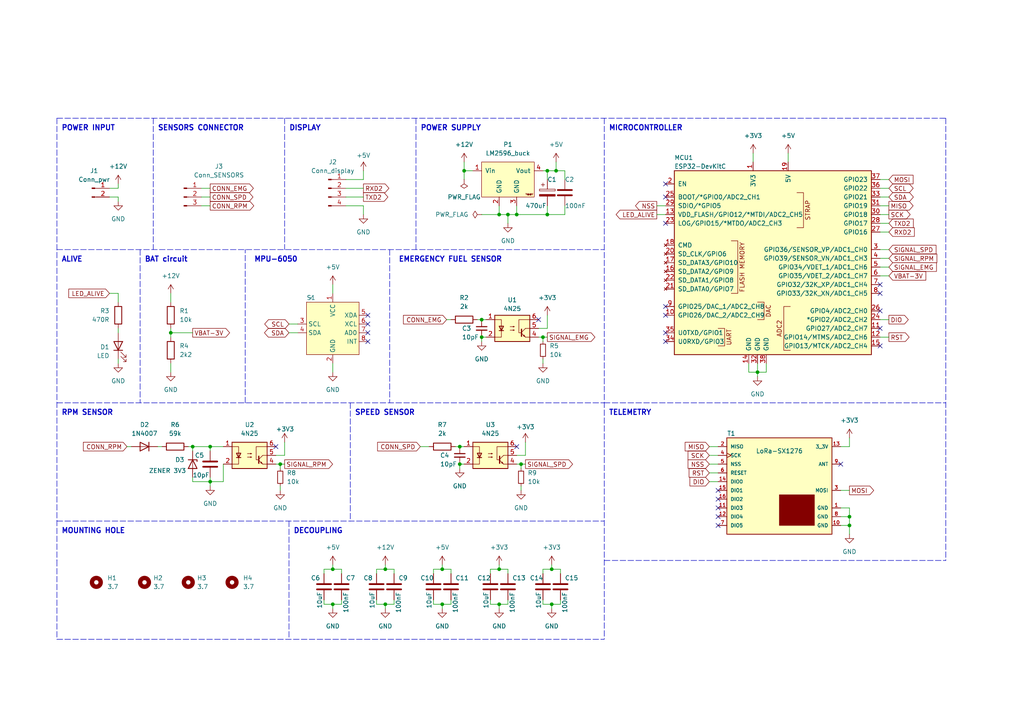
<source format=kicad_sch>
(kicad_sch (version 20230121) (generator eeschema)
  (paper "A4")
  (title_block (title "UECU") (date "2023-12-28") (rev "v2.2") (company "Parahybaja") (comment 1 "by Jefferson Lopes"))
  (lib_symbols
    (symbol "+12V_1" (power) (pin_names (offset 0))
      (property "Value" "+12V_1" (at 0 3.556 0))
      (symbol "+12V_1_1_1"
        (pin power_in line (at 0 0 90) (length 0) hide (name "+12V") (number "1"))
      )
    )
    (symbol "+12V_2" (power) (pin_names (offset 0))
      (property "Value" "+12V_2" (at 0 3.556 0))
      (symbol "+12V_2_1_1"
        (pin power_in line (at 0 0 90) (length 0) hide (name "+12V") (number "1"))
      )
    )
    (symbol "+5V_1" (power) (pin_names (offset 0))
      (property "Value" "+5V_1" (at 0 3.556 0))
      (symbol "+5V_1_1_1"
        (pin power_in line (at 0 0 90) (length 0) hide (name "+5V") (number "1"))
      )
    )
    (symbol "+5V_3" (power) (pin_names (offset 0))
      (property "Value" "+5V_3" (at 0 3.556 0))
      (symbol "+5V_3_1_1"
        (pin power_in line (at 0 0 90) (length 0) hide (name "+5V") (number "1"))
      )
    )
    (symbol "+5V_4" (power) (pin_names (offset 0))
      (property "Value" "+5V_4" (at 0 3.556 0))
      (symbol "+5V_4_1_1"
        (pin power_in line (at 0 0 90) (length 0) hide (name "+5V") (number "1"))
      )
    )
    (symbol "+5V_5" (power) (pin_names (offset 0))
      (property "Value" "+5V_5" (at 0 3.556 0))
      (symbol "+5V_5_1_1"
        (pin power_in line (at 0 0 90) (length 0) hide (name "+5V") (number "1"))
      )
    )
    (symbol "Connector:Conn_01x02_Pin" (pin_names (offset 1.016) hide)
      (property "Reference" "J" (at 0 2.54 0))
      (property "Value" "Conn_01x02_Pin" (at 0 -5.08 0))
      (symbol "Conn_01x02_Pin_1_1"
        (pin passive line (at 5.08 0 180) (length 3.81) (name "Pin_1") (number "1"))
        (pin passive line (at 5.08 -2.54 180) (length 3.81) (name "Pin_2") (number "2"))
      )
    )
    (symbol "Connector:Conn_01x03_Pin" (pin_names (offset 1.016) hide)
      (property "Reference" "J" (at 0 5.08 0))
      (property "Value" "Conn_01x03_Pin" (at 0 -5.08 0))
      (symbol "Conn_01x03_Pin_1_1"
        (pin passive line (at 5.08 2.54 180) (length 3.81) (name "Pin_1") (number "1"))
        (pin passive line (at 5.08 0 180) (length 3.81) (name "Pin_2") (number "2"))
        (pin passive line (at 5.08 -2.54 180) (length 3.81) (name "Pin_3") (number "3"))
      )
    )
    (symbol "Connector:Conn_01x04_Pin" (pin_names (offset 1.016) hide)
      (property "Reference" "J" (at 0 5.08 0))
      (property "Value" "Conn_01x04_Pin" (at 0 -7.62 0))
      (symbol "Conn_01x04_Pin_1_1"
        (pin passive line (at 5.08 2.54 180) (length 3.81) (name "Pin_1") (number "1"))
        (pin passive line (at 5.08 0 180) (length 3.81) (name "Pin_2") (number "2"))
        (pin passive line (at 5.08 -2.54 180) (length 3.81) (name "Pin_3") (number "3"))
        (pin passive line (at 5.08 -5.08 180) (length 3.81) (name "Pin_4") (number "4"))
      )
    )
    (symbol "Device:C" (pin_numbers hide) (pin_names (offset 0.254))
      (property "Reference" "C" (at 0.635 2.54 0))
      (property "Value" "C" (at 0.635 -2.54 0))
      (symbol "C_1_1"
        (pin passive line (at 0 3.81 270) (length 2.794) (name "~") (number "1"))
        (pin passive line (at 0 -3.81 90) (length 2.794) (name "~") (number "2"))
      )
    )
    (symbol "Device:C_Polarized" (pin_numbers hide) (pin_names (offset 0.254))
      (property "Reference" "C" (at 0.635 2.54 0))
      (property "Value" "C_Polarized" (at 0.635 -2.54 0))
      (symbol "C_Polarized_1_1"
        (pin passive line (at 0 3.81 270) (length 2.794) (name "~") (number "1"))
        (pin passive line (at 0 -3.81 90) (length 2.794) (name "~") (number "2"))
      )
    )
    (symbol "Device:C_Small" (pin_numbers hide) (pin_names (offset 0.254) hide)
      (property "Reference" "C" (at 0.254 1.778 0))
      (property "Value" "C_Small" (at 0.254 -2.032 0))
      (symbol "C_Small_1_1"
        (pin passive line (at 0 2.54 270) (length 2.032) (name "~") (number "1"))
        (pin passive line (at 0 -2.54 90) (length 2.032) (name "~") (number "2"))
      )
    )
    (symbol "Device:D" (pin_numbers hide) (pin_names (offset 1.016) hide)
      (property "Reference" "D" (at 0 2.54 0))
      (property "Value" "D" (at 0 -2.54 0))
      (symbol "D_1_1"
        (pin passive line (at -3.81 0 0) (length 2.54) (name "K") (number "1"))
        (pin passive line (at 3.81 0 180) (length 2.54) (name "A") (number "2"))
      )
    )
    (symbol "Device:D_Zener" (pin_numbers hide) (pin_names (offset 1.016) hide)
      (property "Reference" "D" (at 0 2.54 0))
      (property "Value" "D_Zener" (at 0 -2.54 0))
      (symbol "D_Zener_1_1"
        (pin passive line (at -3.81 0 0) (length 2.54) (name "K") (number "1"))
        (pin passive line (at 3.81 0 180) (length 2.54) (name "A") (number "2"))
      )
    )
    (symbol "Device:LED" (pin_numbers hide) (pin_names (offset 1.016) hide)
      (property "Reference" "D" (at 0 2.54 0))
      (property "Value" "LED" (at 0 -2.54 0))
      (symbol "LED_1_1"
        (pin passive line (at -3.81 0 0) (length 2.54) (name "K") (number "1"))
        (pin passive line (at 3.81 0 180) (length 2.54) (name "A") (number "2"))
      )
    )
    (symbol "Device:R" (pin_numbers hide) (pin_names (offset 0))
      (property "Reference" "R" (at 2.032 0 90))
      (property "Value" "R" (at 0 0 90))
      (symbol "R_1_1"
        (pin passive line (at 0 3.81 270) (length 1.27) (name "~") (number "1"))
        (pin passive line (at 0 -3.81 90) (length 1.27) (name "~") (number "2"))
      )
    )
    (symbol "Device:R_Small" (pin_numbers hide) (pin_names (offset 0.254) hide)
      (property "Reference" "R" (at 0.762 0.508 0))
      (property "Value" "R_Small" (at 0.762 -1.016 0))
      (symbol "R_Small_1_1"
        (pin passive line (at 0 2.54 270) (length 0.762) (name "~") (number "1"))
        (pin passive line (at 0 -2.54 90) (length 0.762) (name "~") (number "2"))
      )
    )
    (symbol "Espressif:ESP32-DevKitC" (pin_names (offset 1.016))
      (property "Reference" "MCU" (at -27.94 30.48 0))
      (property "Value" "ESP32-DevKitC" (at -27.94 27.94 0))
      (symbol "ESP32-DevKitC_0_0"
        (text "ADC2" (at 2.54 -20.32 900) (effects (font (size 1.27 1.27))))
        (text "DAC" (at -0.635 -15.24 900) (effects (font (size 1.27 1.27))))
        (text "FLASH MEMORY" (at -8.255 -2.54 900) (effects (font (size 1.27 1.27))))
        (text "STRAP" (at 10.795 13.97 900) (effects (font (size 1.27 1.27))))
        (text "UART" (at -12.065 -22.86 900) (effects (font (size 1.27 1.27))))
        (pin power_in line (at -6.35 -30.48 90) (length 2.54) (name "GND") (number "14"))
        (pin power_in line (at 5.08 27.94 270) (length 2.54) (name "5V") (number "19"))
      )
      (symbol "ESP32-DevKitC_1_1"
        (pin power_out line (at -5.08 27.94 270) (length 2.54) (name "3V3") (number "1"))
        (pin bidirectional line (at -30.48 -16.51 0) (length 2.54) (name "GPIO26/DAC_2/ADC2_CH9") (number "10"))
        (pin bidirectional line (at 31.75 -20.32 180) (length 2.54) (name "GPIO27/ADC2_CH7") (number "11"))
        (pin bidirectional line (at 31.75 -22.86 180) (length 2.54) (name "GPIO14/MTMS/ADC2_CH6") (number "12"))
        (pin bidirectional line (at -30.48 12.7 0) (length 2.54) (name "VDD_FLASH/GPIO12/*MTDI/ADC2_CH5") (number "13"))
        (pin bidirectional line (at 31.75 -25.4 180) (length 2.54) (name "GPIO13/MTCK/ADC2_CH4") (number "15"))
        (pin no_connect line (at -30.48 -3.81 0) (length 2.54) (name "SD_DATA2/GPIO9") (number "16"))
        (pin no_connect line (at -30.48 -1.27 0) (length 2.54) (name "SD_DATA3/GPIO10") (number "17"))
        (pin no_connect line (at -30.48 3.81 0) (length 2.54) (name "CMD") (number "18"))
        (pin input line (at -30.48 21.59 0) (length 2.54) (name "EN") (number "2"))
        (pin no_connect line (at -30.48 1.27 0) (length 2.54) (name "SD_CLK/GPIO6") (number "20"))
        (pin no_connect line (at -30.48 -8.89 0) (length 2.54) (name "SD_DATA0/GPIO7") (number "21"))
        (pin no_connect line (at -30.48 -6.35 0) (length 2.54) (name "SD_DATA1/GPIO8") (number "22"))
        (pin bidirectional line (at -30.48 10.16 0) (length 2.54) (name "LOG/GPIO15/*MTDO/ADC2_CH3") (number "23"))
        (pin bidirectional line (at 31.75 -17.78 180) (length 2.54) (name "*GPIO2/ADC2_CH2") (number "24"))
        (pin bidirectional line (at -30.48 17.78 0) (length 2.54) (name "BOOT/*GPIO0/ADC2_CH1") (number "25"))
        (pin bidirectional line (at 31.75 -15.24 180) (length 2.54) (name "GPIO4/ADC2_CH0") (number "26"))
        (pin bidirectional line (at 31.75 7.62 180) (length 2.54) (name "GPIO16") (number "27"))
        (pin bidirectional line (at 31.75 10.16 180) (length 2.54) (name "GPIO17") (number "28"))
        (pin bidirectional line (at -30.48 15.24 0) (length 2.54) (name "SDIO/*GPIO5") (number "29"))
        (pin input line (at 31.75 2.54 180) (length 2.54) (name "GPIO36/SENSOR_VP/ADC1_CH0") (number "3"))
        (pin bidirectional line (at 31.75 12.7 180) (length 2.54) (name "GPIO18") (number "30"))
        (pin bidirectional line (at 31.75 15.24 180) (length 2.54) (name "GPIO19") (number "31"))
        (pin power_in line (at -3.81 -30.48 90) (length 2.54) (name "GND") (number "32"))
        (pin bidirectional line (at 31.75 17.78 180) (length 2.54) (name "GPIO21") (number "33"))
        (pin bidirectional line (at -30.48 -24.13 0) (length 2.54) (name "U0RXD/GPIO3") (number "34"))
        (pin bidirectional line (at -30.48 -21.59 0) (length 2.54) (name "U0TXD/GPIO1") (number "35"))
        (pin bidirectional line (at 31.75 20.32 180) (length 2.54) (name "GPIO22") (number "36"))
        (pin bidirectional line (at 31.75 22.86 180) (length 2.54) (name "GPIO23") (number "37"))
        (pin power_in line (at -1.27 -30.48 90) (length 2.54) (name "GND") (number "38"))
        (pin input line (at 31.75 0 180) (length 2.54) (name "GPIO39/SENSOR_VN/ADC1_CH3") (number "4"))
        (pin input line (at 31.75 -2.54 180) (length 2.54) (name "GPIO34/VDET_1/ADC1_CH6") (number "5"))
        (pin input line (at 31.75 -5.08 180) (length 2.54) (name "GPIO35/VDET_2/ADC1_CH7") (number "6"))
        (pin bidirectional line (at 31.75 -7.62 180) (length 2.54) (name "GPIO32/32K_XP/ADC1_CH4") (number "7"))
        (pin bidirectional line (at 31.75 -10.16 180) (length 2.54) (name "GPIO33/32K_XN/ADC1_CH5") (number "8"))
        (pin bidirectional line (at -30.48 -13.97 0) (length 2.54) (name "GPIO25/DAC_1/ADC2_CH8") (number "9"))
      )
    )
    (symbol "GND_1" (power) (pin_names (offset 0))
      (property "Value" "GND_1" (at 0 -3.81 0))
      (symbol "GND_1_1_1"
        (pin power_in line (at 0 0 270) (length 0) hide (name "GND") (number "1"))
      )
    )
    (symbol "GND_2" (power) (pin_names (offset 0))
      (property "Value" "GND_2" (at 0 -3.81 0))
      (symbol "GND_2_1_1"
        (pin power_in line (at 0 0 270) (length 0) hide (name "GND") (number "1"))
      )
    )
    (symbol "GND_4" (power) (pin_names (offset 0))
      (property "Value" "GND_4" (at 0 -3.81 0))
      (symbol "GND_4_1_1"
        (pin power_in line (at 0 0 270) (length 0) hide (name "GND") (number "1"))
      )
    )
    (symbol "GND_5" (power) (pin_names (offset 0))
      (property "Value" "GND_5" (at 0 -3.81 0))
      (symbol "GND_5_1_1"
        (pin power_in line (at 0 0 270) (length 0) hide (name "GND") (number "1"))
      )
    )
    (symbol "GND_6" (power) (pin_names (offset 0))
      (property "Value" "GND_6" (at 0 -3.81 0))
      (symbol "GND_6_1_1"
        (pin power_in line (at 0 0 270) (length 0) hide (name "GND") (number "1"))
      )
    )
    (symbol "GND_7" (power) (pin_names (offset 0))
      (property "Value" "GND_7" (at 0 -3.81 0))
      (symbol "GND_7_1_1"
        (pin power_in line (at 0 0 270) (length 0) hide (name "GND") (number "1"))
      )
    )
    (symbol "Isolator:4N25" (pin_names (offset 1.016))
      (property "Reference" "U" (at -5.08 5.08 0))
      (property "Value" "4N25" (at 0 5.08 0))
      (symbol "4N25_1_1"
        (pin passive line (at -7.62 2.54 0) (length 2.54) (name "~") (number "1"))
        (pin passive line (at -7.62 -2.54 0) (length 2.54) (name "~") (number "2"))
        (pin no_connect line (at -5.08 0 0) (length 2.54) hide (name "NC") (number "3"))
        (pin passive line (at 7.62 -2.54 180) (length 2.54) (name "~") (number "4"))
        (pin passive line (at 7.62 0 180) (length 2.54) (name "~") (number "5"))
        (pin passive line (at 7.62 2.54 180) (length 2.54) (name "~") (number "6"))
      )
    )
    (symbol "LoRa-SX1276:LoRa-SX1276" (pin_names (offset 1.016))
      (property "Reference" "T" (at -15.2563 13.9849 0))
      (property "Value" "LoRa-SX1276" (at -15.265 -17.8092 0))
      (symbol "LoRa-SX1276_0_0"
        (pin power_in line (at 17.78 -7.62 180) (length 2.54) (name "GND") (number "1"))
        (pin bidirectional line (at -17.78 -7.62 0) (length 2.54) (name "DIO3") (number "11"))
        (pin bidirectional line (at -17.78 -10.16 0) (length 2.54) (name "DIO4") (number "12"))
        (pin power_in line (at 17.78 10.16 180) (length 2.54) (name "3_3V") (number "13"))
        (pin bidirectional line (at -17.78 0 0) (length 2.54) (name "DIO0") (number "14"))
        (pin bidirectional line (at -17.78 -2.54 0) (length 2.54) (name "DIO1") (number "15"))
        (pin bidirectional line (at -17.78 -5.08 0) (length 2.54) (name "DIO2") (number "16"))
        (pin input line (at -17.78 10.16 0) (length 2.54) (name "MISO") (number "2"))
        (pin output line (at 17.78 -2.54 180) (length 2.54) (name "MOSI") (number "3"))
        (pin input clock (at -17.78 7.62 0) (length 2.54) (name "SCK") (number "4"))
        (pin input line (at -17.78 5.08 0) (length 2.54) (name "NSS") (number "5"))
        (pin bidirectional line (at -17.78 2.54 0) (length 2.54) (name "RESET") (number "6"))
        (pin bidirectional line (at -17.78 -12.7 0) (length 2.54) (name "DIO5") (number "7"))
        (pin passive line (at 17.78 5.08 180) (length 2.54) (name "ANT") (number "9"))
      )
      (symbol "LoRa-SX1276_1_0"
        (pin power_in line (at 17.78 -12.7 180) (length 2.54) (name "GND") (number "10"))
        (pin power_in line (at 17.78 -10.16 180) (length 2.54) (name "GND") (number "8"))
      )
    )
    (symbol "MPU6050:MPU6050"
      (property "Reference" "S" (at 0 0 0))
      (symbol "MPU6050_1_1"
        (pin power_in line (at 6.35 1.27 270) (length 2.54) (name "VCC") (number "1"))
        (pin power_in line (at 6.35 -19.05 90) (length 2.54) (name "GND") (number "2"))
        (pin bidirectional line (at -3.81 -7.62 0) (length 2.54) (name "SCL") (number "3"))
        (pin bidirectional line (at -3.81 -10.16 0) (length 2.54) (name "SDA") (number "4"))
        (pin bidirectional line (at 16.51 -5.08 180) (length 2.54) (name "XDA") (number "5"))
        (pin bidirectional line (at 16.51 -7.62 180) (length 2.54) (name "XCL") (number "6"))
        (pin bidirectional line (at 16.51 -10.16 180) (length 2.54) (name "AD0") (number "7"))
        (pin bidirectional line (at 16.51 -12.7 180) (length 2.54) (name "INT") (number "8"))
      )
    )
    (symbol "Mechanical:MountingHole" (pin_names (offset 1.016))
      (property "Reference" "H" (at 0 5.08 0))
      (property "Value" "MountingHole" (at 0 3.175 0))
    )
    (symbol "PWR_FLAG_1" (power) (pin_numbers hide) (pin_names (offset 0) hide)
      (property "Value" "PWR_FLAG_1" (at 0 3.81 0))
      (symbol "PWR_FLAG_1_0_0"
        (pin power_out line (at 0 0 90) (length 0) (name "pwr") (number "1"))
      )
    )
    (symbol "StepDown_LM2596:YAAJ_DCDC_StepDown_LM2596" (pin_names (offset 1.016))
      (property "Reference" "U" (at -5.08 6.35 0))
      (property "Value" "YAAJ_DCDC_StepDown_LM2596" (at 0 11.43 0))
      (symbol "YAAJ_DCDC_StepDown_LM2596_1_1"
        (text "Y@@V" (at 6.1976 -4.2672 0) (effects (font (size 0.508 0.508))))
        (pin power_in line (at -10.16 2.54 0) (length 2.54) (name "Vin") (number "1"))
        (pin power_in line (at -2.54 -7.62 90) (length 2.54) (name "GND") (number "2"))
        (pin power_in line (at 2.54 -7.62 90) (length 2.54) (name "GND") (number "3"))
        (pin power_out line (at 10.16 2.54 180) (length 2.54) (name "Vout") (number "4"))
      )
    )
    (symbol "power:+12V" (power) (pin_names (offset 0))
      (property "Value" "+12V" (at 0 3.556 0))
      (symbol "+12V_1_1"
        (pin power_in line (at 0 0 90) (length 0) hide (name "+12V") (number "1"))
      )
    )
    (symbol "power:+3V3" (power) (pin_names (offset 0))
      (property "Value" "+3V3" (at 0 3.556 0))
      (symbol "+3V3_1_1"
        (pin power_in line (at 0 0 90) (length 0) hide (name "+3V3") (number "1"))
      )
    )
    (symbol "power:+5V" (power) (pin_names (offset 0))
      (property "Value" "+5V" (at 0 3.556 0))
      (symbol "+5V_1_1"
        (pin power_in line (at 0 0 90) (length 0) hide (name "+5V") (number "1"))
      )
    )
    (symbol "power:GND" (power) (pin_names (offset 0))
      (property "Value" "GND" (at 0 -3.81 0))
      (symbol "GND_1_1"
        (pin power_in line (at 0 0 270) (length 0) hide (name "GND") (number "1"))
      )
    )
    (symbol "power:PWR_FLAG" (power) (pin_numbers hide) (pin_names (offset 0) hide)
      (property "Value" "PWR_FLAG" (at 0 3.81 0))
      (symbol "PWR_FLAG_0_0"
        (pin power_out line (at 0 0 90) (length 0) (name "pwr") (number "1"))
      )
    )
  )
  (junction (at 60.96 139.7))
  (junction (at 49.53 96.52))
  (junction (at 60.96 129.54))
  (junction (at 111.76 165.1))
  (junction (at 246.38 149.86))
  (junction (at 111.76 175.26))
  (junction (at 96.52 165.1))
  (junction (at 139.7 92.71))
  (junction (at 128.27 165.1))
  (junction (at 157.48 97.79))
  (junction (at 161.29 49.53))
  (junction (at 55.88 129.54))
  (junction (at 158.75 49.53))
  (junction (at 158.75 62.23))
  (junction (at 246.38 152.4))
  (junction (at 134.62 49.53))
  (junction (at 149.86 62.23))
  (junction (at 128.27 175.26))
  (junction (at 147.32 62.23))
  (junction (at 133.35 134.62))
  (junction (at 160.02 175.26))
  (junction (at 219.71 107.95))
  (junction (at 160.02 165.1))
  (junction (at 151.13 134.62))
  (junction (at 144.78 62.23))
  (junction (at 96.52 175.26))
  (junction (at 144.78 165.1))
  (junction (at 81.28 134.62))
  (junction (at 139.7 97.79))
  (junction (at 144.78 175.26))
  (junction (at 133.35 129.54))
  (no_connect (at 193.04 57.15))
  (no_connect (at 80.01 129.54))
  (no_connect (at 149.86 129.54))
  (no_connect (at 208.28 142.24))
  (no_connect (at 106.68 96.52))
  (no_connect (at 193.04 96.52))
  (no_connect (at 255.27 100.33))
  (no_connect (at 208.28 144.78))
  (no_connect (at 193.04 99.06))
  (no_connect (at 255.27 82.55))
  (no_connect (at 208.28 152.4))
  (no_connect (at 193.04 88.9))
  (no_connect (at 208.28 147.32))
  (no_connect (at 106.68 91.44))
  (no_connect (at 255.27 95.25))
  (no_connect (at 156.21 92.71))
  (no_connect (at 193.04 64.77))
  (no_connect (at 106.68 93.98))
  (no_connect (at 243.84 134.62))
  (no_connect (at 208.28 149.86))
  (no_connect (at 255.27 90.17))
  (no_connect (at 106.68 99.06))
  (no_connect (at 255.27 85.09))
  (no_connect (at 193.04 53.34))
  (no_connect (at 193.04 91.44))
  (wire (pts (xy 125.73 165.1) (xy 128.27 165.1)))
  (wire (pts (xy 64.77 134.62) (xy 64.77 139.7)))
  (polyline (pts (xy 101.6 116.84) (xy 101.6 151.13)) (stroke (width 0) (type dash)))
  (wire (pts (xy 60.96 129.54) (xy 60.96 130.81)))
  (wire (pts (xy 133.35 134.62) (xy 134.62 134.62)))
  (polyline (pts (xy 83.82 151.13) (xy 83.82 185.42)) (stroke (width 0) (type dash)))
  (wire (pts (xy 190.5 62.23) (xy 193.04 62.23)))
  (wire (pts (xy 255.27 54.61) (xy 257.81 54.61)))
  (wire (pts (xy 45.72 129.54) (xy 46.99 129.54)))
  (wire (pts (xy 31.75 57.15) (xy 34.29 57.15)))
  (wire (pts (xy 86.36 96.52) (xy 83.82 96.52)))
  (wire (pts (xy 255.27 97.79) (xy 257.81 97.79)))
  (polyline (pts (xy 16.51 116.84) (xy 175.26 116.84)) (stroke (width 0) (type dash)))
  (polyline (pts (xy 16.51 151.13) (xy 175.26 151.13)) (stroke (width 0) (type dash)))
  (wire (pts (xy 105.41 59.69) (xy 100.33 59.69)))
  (wire (pts (xy 105.41 49.53) (xy 105.41 52.07)))
  (wire (pts (xy 255.27 59.69) (xy 257.81 59.69)))
  (wire (pts (xy 134.62 49.53) (xy 134.62 52.07)))
  (wire (pts (xy 218.44 44.45) (xy 218.44 46.99)))
  (wire (pts (xy 60.96 139.7) (xy 60.96 140.97)))
  (wire (pts (xy 163.83 49.53) (xy 161.29 49.53)))
  (wire (pts (xy 162.56 165.1) (xy 162.56 166.37)))
  (wire (pts (xy 255.27 92.71) (xy 257.81 92.71)))
  (wire (pts (xy 55.88 129.54) (xy 60.96 129.54)))
  (wire (pts (xy 149.86 62.23) (xy 149.86 59.69)))
  (wire (pts (xy 255.27 62.23) (xy 257.81 62.23)))
  (wire (pts (xy 147.32 175.26) (xy 147.32 173.99)))
  (wire (pts (xy 149.86 62.23) (xy 158.75 62.23)))
  (wire (pts (xy 140.97 97.79) (xy 139.7 97.79)))
  (wire (pts (xy 99.06 175.26) (xy 99.06 173.99)))
  (wire (pts (xy 128.27 175.26) (xy 125.73 175.26)))
  (wire (pts (xy 134.62 49.53) (xy 137.16 49.53)))
  (wire (pts (xy 205.74 139.7) (xy 208.28 139.7)))
  (wire (pts (xy 81.28 140.97) (xy 81.28 142.24)))
  (polyline (pts (xy 175.26 34.29) (xy 175.26 185.42)) (stroke (width 0) (type dash)))
  (polyline (pts (xy 16.51 72.39) (xy 175.26 72.39)) (stroke (width 0) (type dash)))
  (wire (pts (xy 190.5 59.69) (xy 193.04 59.69)))
  (wire (pts (xy 205.74 132.08) (xy 208.28 132.08)))
  (wire (pts (xy 217.17 107.95) (xy 219.71 107.95)))
  (wire (pts (xy 205.74 134.62) (xy 208.28 134.62)))
  (wire (pts (xy 156.21 95.25) (xy 158.75 95.25)))
  (wire (pts (xy 130.81 165.1) (xy 130.81 166.37)))
  (wire (pts (xy 255.27 64.77) (xy 257.81 64.77)))
  (wire (pts (xy 160.02 175.26) (xy 162.56 175.26)))
  (wire (pts (xy 217.17 105.41) (xy 217.17 107.95)))
  (wire (pts (xy 144.78 175.26) (xy 142.24 175.26)))
  (wire (pts (xy 111.76 175.26) (xy 114.3 175.26)))
  (wire (pts (xy 243.84 149.86) (xy 246.38 149.86)))
  (wire (pts (xy 157.48 104.14) (xy 157.48 105.41)))
  (wire (pts (xy 100.33 57.15) (xy 105.41 57.15)))
  (wire (pts (xy 49.53 105.41) (xy 49.53 107.95)))
  (wire (pts (xy 105.41 52.07) (xy 100.33 52.07)))
  (wire (pts (xy 156.21 97.79) (xy 157.48 97.79)))
  (wire (pts (xy 55.88 138.43) (xy 55.88 139.7)))
  (wire (pts (xy 151.13 134.62) (xy 152.4 134.62)))
  (polyline (pts (xy 82.55 34.29) (xy 82.55 72.39)) (stroke (width 0) (type dash)))
  (polyline (pts (xy 44.45 34.29) (xy 44.45 72.39)) (stroke (width 0) (type dash)))
  (wire (pts (xy 160.02 165.1) (xy 162.56 165.1)))
  (wire (pts (xy 157.48 175.26) (xy 157.48 173.99)))
  (wire (pts (xy 49.53 85.09) (xy 49.53 87.63)))
  (wire (pts (xy 142.24 165.1) (xy 144.78 165.1)))
  (polyline (pts (xy 120.65 34.29) (xy 120.65 72.39)) (stroke (width 0) (type dash)))
  (wire (pts (xy 142.24 175.26) (xy 142.24 173.99)))
  (wire (pts (xy 161.29 49.53) (xy 158.75 49.53)))
  (wire (pts (xy 80.01 134.62) (xy 81.28 134.62)))
  (wire (pts (xy 111.76 165.1) (xy 111.76 163.83)))
  (wire (pts (xy 163.83 59.69) (xy 163.83 62.23)))
  (wire (pts (xy 128.27 176.53) (xy 128.27 175.26)))
  (wire (pts (xy 96.52 105.41) (xy 96.52 107.95)))
  (wire (pts (xy 158.75 49.53) (xy 158.75 52.07)))
  (polyline (pts (xy 16.51 185.42) (xy 175.26 185.42)) (stroke (width 0) (type dash)))
  (wire (pts (xy 60.96 129.54) (xy 64.77 129.54)))
  (wire (pts (xy 246.38 127) (xy 246.38 129.54)))
  (wire (pts (xy 86.36 93.98) (xy 83.82 93.98)))
  (wire (pts (xy 144.78 165.1) (xy 147.32 165.1)))
  (wire (pts (xy 49.53 96.52) (xy 55.88 96.52)))
  (wire (pts (xy 246.38 129.54) (xy 243.84 129.54)))
  (wire (pts (xy 105.41 62.23) (xy 105.41 59.69)))
  (wire (pts (xy 144.78 62.23) (xy 144.78 59.69)))
  (wire (pts (xy 222.25 107.95) (xy 219.71 107.95)))
  (polyline (pts (xy 71.12 116.84) (xy 71.12 72.39)) (stroke (width 0) (type dash)))
  (wire (pts (xy 161.29 46.99) (xy 161.29 49.53)))
  (polyline (pts (xy 40.64 72.39) (xy 40.64 116.84)) (stroke (width 0) (type dash)))
  (wire (pts (xy 109.22 166.37) (xy 109.22 165.1)))
  (wire (pts (xy 31.75 85.09) (xy 34.29 85.09)))
  (wire (pts (xy 246.38 154.94) (xy 246.38 152.4)))
  (wire (pts (xy 34.29 85.09) (xy 34.29 87.63)))
  (wire (pts (xy 55.88 129.54) (xy 55.88 130.81)))
  (wire (pts (xy 139.7 97.79) (xy 139.7 99.06)))
  (wire (pts (xy 60.96 138.43) (xy 60.96 139.7)))
  (wire (pts (xy 151.13 140.97) (xy 151.13 142.24)))
  (wire (pts (xy 111.76 175.26) (xy 109.22 175.26)))
  (wire (pts (xy 246.38 152.4) (xy 243.84 152.4)))
  (wire (pts (xy 162.56 175.26) (xy 162.56 173.99)))
  (wire (pts (xy 58.42 57.15) (xy 60.96 57.15)))
  (wire (pts (xy 255.27 72.39) (xy 257.81 72.39)))
  (wire (pts (xy 128.27 165.1) (xy 130.81 165.1)))
  (wire (pts (xy 111.76 165.1) (xy 114.3 165.1)))
  (wire (pts (xy 96.52 175.26) (xy 99.06 175.26)))
  (wire (pts (xy 255.27 80.01) (xy 257.81 80.01)))
  (wire (pts (xy 255.27 57.15) (xy 257.81 57.15)))
  (wire (pts (xy 246.38 147.32) (xy 243.84 147.32)))
  (wire (pts (xy 114.3 175.26) (xy 114.3 173.99)))
  (wire (pts (xy 157.48 165.1) (xy 160.02 165.1)))
  (wire (pts (xy 149.86 132.08) (xy 152.4 132.08)))
  (polyline (pts (xy 16.51 162.56) (xy 16.51 185.42)) (stroke (width 0) (type dash)))
  (wire (pts (xy 93.98 166.37) (xy 93.98 165.1)))
  (wire (pts (xy 157.48 97.79) (xy 158.75 97.79)))
  (wire (pts (xy 246.38 149.86) (xy 246.38 147.32)))
  (wire (pts (xy 81.28 134.62) (xy 81.28 135.89)))
  (wire (pts (xy 96.52 175.26) (xy 93.98 175.26)))
  (wire (pts (xy 58.42 54.61) (xy 60.96 54.61)))
  (polyline (pts (xy 175.26 116.84) (xy 274.32 116.84)) (stroke (width 0) (type dash)))
  (wire (pts (xy 34.29 104.14) (xy 34.29 105.41)))
  (wire (pts (xy 243.84 142.24) (xy 246.38 142.24)))
  (wire (pts (xy 139.7 92.71) (xy 140.97 92.71)))
  (polyline (pts (xy 16.51 34.29) (xy 274.32 34.29)) (stroke (width 0) (type dash)))
  (wire (pts (xy 151.13 134.62) (xy 151.13 135.89)))
  (polyline (pts (xy 16.51 34.29) (xy 16.51 162.56)) (stroke (width 0) (type dash)))
  (polyline (pts (xy 274.32 34.29) (xy 274.32 162.56)) (stroke (width 0) (type dash)))
  (wire (pts (xy 114.3 165.1) (xy 114.3 166.37)))
  (wire (pts (xy 121.92 129.54) (xy 124.46 129.54)))
  (wire (pts (xy 158.75 91.44) (xy 158.75 95.25)))
  (wire (pts (xy 160.02 175.26) (xy 157.48 175.26)))
  (wire (pts (xy 134.62 46.99) (xy 134.62 49.53)))
  (wire (pts (xy 149.86 134.62) (xy 151.13 134.62)))
  (wire (pts (xy 222.25 105.41) (xy 222.25 107.95)))
  (wire (pts (xy 160.02 165.1) (xy 160.02 163.83)))
  (wire (pts (xy 255.27 52.07) (xy 257.81 52.07)))
  (wire (pts (xy 34.29 53.34) (xy 34.29 54.61)))
  (wire (pts (xy 82.55 132.08) (xy 80.01 132.08)))
  (wire (pts (xy 163.83 62.23) (xy 158.75 62.23)))
  (wire (pts (xy 49.53 96.52) (xy 49.53 97.79)))
  (wire (pts (xy 144.78 176.53) (xy 144.78 175.26)))
  (wire (pts (xy 133.35 129.54) (xy 134.62 129.54)))
  (wire (pts (xy 109.22 175.26) (xy 109.22 173.99)))
  (wire (pts (xy 60.96 139.7) (xy 64.77 139.7)))
  (wire (pts (xy 255.27 74.93) (xy 257.81 74.93)))
  (wire (pts (xy 96.52 165.1) (xy 99.06 165.1)))
  (wire (pts (xy 128.27 165.1) (xy 128.27 163.83)))
  (wire (pts (xy 55.88 139.7) (xy 60.96 139.7)))
  (wire (pts (xy 109.22 165.1) (xy 111.76 165.1)))
  (wire (pts (xy 246.38 149.86) (xy 246.38 152.4)))
  (wire (pts (xy 49.53 95.25) (xy 49.53 96.52)))
  (wire (pts (xy 144.78 175.26) (xy 147.32 175.26)))
  (wire (pts (xy 139.7 62.23) (xy 144.78 62.23)))
  (wire (pts (xy 157.48 49.53) (xy 158.75 49.53)))
  (wire (pts (xy 93.98 175.26) (xy 93.98 173.99)))
  (wire (pts (xy 93.98 165.1) (xy 96.52 165.1)))
  (wire (pts (xy 219.71 107.95) (xy 219.71 109.22)))
  (wire (pts (xy 160.02 176.53) (xy 160.02 175.26)))
  (wire (pts (xy 96.52 165.1) (xy 96.52 163.83)))
  (wire (pts (xy 142.24 166.37) (xy 142.24 165.1)))
  (wire (pts (xy 128.27 175.26) (xy 130.81 175.26)))
  (wire (pts (xy 111.76 176.53) (xy 111.76 175.26)))
  (wire (pts (xy 34.29 57.15) (xy 34.29 58.42)))
  (wire (pts (xy 132.08 129.54) (xy 133.35 129.54)))
  (wire (pts (xy 147.32 62.23) (xy 147.32 64.77)))
  (wire (pts (xy 147.32 165.1) (xy 147.32 166.37)))
  (wire (pts (xy 157.48 166.37) (xy 157.48 165.1)))
  (wire (pts (xy 34.29 54.61) (xy 31.75 54.61)))
  (wire (pts (xy 219.71 105.41) (xy 219.71 107.95)))
  (wire (pts (xy 81.28 134.62) (xy 82.55 134.62)))
  (wire (pts (xy 144.78 62.23) (xy 147.32 62.23)))
  (wire (pts (xy 58.42 59.69) (xy 60.96 59.69)))
  (wire (pts (xy 228.6 44.45) (xy 228.6 46.99)))
  (wire (pts (xy 99.06 165.1) (xy 99.06 166.37)))
  (wire (pts (xy 255.27 77.47) (xy 257.81 77.47)))
  (polyline (pts (xy 175.26 162.56) (xy 274.32 162.56)) (stroke (width 0) (type dash)))
  (wire (pts (xy 163.83 52.07) (xy 163.83 49.53)))
  (wire (pts (xy 138.43 92.71) (xy 139.7 92.71)))
  (wire (pts (xy 255.27 67.31) (xy 257.81 67.31)))
  (wire (pts (xy 54.61 129.54) (xy 55.88 129.54)))
  (wire (pts (xy 96.52 176.53) (xy 96.52 175.26)))
  (wire (pts (xy 82.55 128.27) (xy 82.55 132.08)))
  (wire (pts (xy 96.52 85.09) (xy 96.52 82.55)))
  (wire (pts (xy 147.32 62.23) (xy 149.86 62.23)))
  (wire (pts (xy 129.54 92.71) (xy 130.81 92.71)))
  (wire (pts (xy 125.73 175.26) (xy 125.73 173.99)))
  (wire (pts (xy 158.75 59.69) (xy 158.75 62.23)))
  (wire (pts (xy 100.33 54.61) (xy 105.41 54.61)))
  (wire (pts (xy 205.74 129.54) (xy 208.28 129.54)))
  (wire (pts (xy 125.73 166.37) (xy 125.73 165.1)))
  (polyline (pts (xy 113.03 72.39) (xy 113.03 116.84)) (stroke (width 0) (type dash)))
  (wire (pts (xy 205.74 137.16) (xy 208.28 137.16)))
  (wire (pts (xy 133.35 134.62) (xy 133.35 135.89)))
  (wire (pts (xy 144.78 165.1) (xy 144.78 163.83)))
  (wire (pts (xy 36.83 129.54) (xy 38.1 129.54)))
  (wire (pts (xy 130.81 175.26) (xy 130.81 173.99)))
  (wire (pts (xy 34.29 95.25) (xy 34.29 96.52)))
  (wire (pts (xy 152.4 132.08) (xy 152.4 128.27)))
  (wire (pts (xy 157.48 97.79) (xy 157.48 99.06)))
  (text "MICROCONTROLLER" (at 176.53 38.1 0) (effects (font (size 1.5 1.5) (thickness 0.3) bold) (justify left bottom)))
  (text "MPU-6050\n" (at 73.66 76.2 0) (effects (font (size 1.5 1.5) (thickness 0.3) bold) (justify left bottom)))
  (text "DISPLAY" (at 83.82 38.1 0) (effects (font (size 1.5 1.5) (thickness 0.3) bold) (justify left bottom)))
  (text "SENSORS CONNECTOR" (at 45.72 38.1 0) (effects (font (size 1.5 1.5) (thickness 0.3) bold) (justify left bottom)))
  (text "SPEED SENSOR\n" (at 102.87 120.65 0) (effects (font (size 1.5 1.5) (thickness 0.3) bold) (justify left bottom)))
  (text "ALIVE" (at 17.78 76.2 0) (effects (font (size 1.5 1.5) bold) (justify left bottom)))
  (text "POWER INPUT\n" (at 17.78 38.1 0) (effects (font (size 1.5 1.5) (thickness 0.3) bold) (justify left bottom)))
  (text "EMERGENCY FUEL SENSOR" (at 115.57 76.2 0) (effects (font (size 1.5 1.5) (thickness 0.3) bold) (justify left bottom)))
  (text "POWER SUPPLY" (at 121.92 38.1 0) (effects (font (size 1.5 1.5) bold) (justify left bottom)))
  (text "DECOUPLING" (at 85.09 154.94 0) (effects (font (size 1.5 1.5) bold) (justify left bottom)))
  (text "BAT circuit" (at 41.91 76.2 0) (effects (font (size 1.5 1.5) bold) (justify left bottom)))
  (text "TELEMETRY" (at 176.53 120.65 0) (effects (font (size 1.5 1.5) (thickness 0.3) bold) (justify left bottom)))
  (text "MOUNTING HOLE" (at 17.78 154.94 0) (effects (font (size 1.5 1.5) (thickness 0.3) bold) (justify left bottom)))
  (text "RPM SENSOR" (at 17.78 120.65 0) (effects (font (size 1.5 1.5) (thickness 0.3) bold) (justify left bottom)))
  (global_label "LED_ALIVE" (shape input) (at 31.75 85.09 180) (property "Intersheetrefs" "${INTERSHEET_REFS}" (effects hide)))
  (global_label "SIGNAL_EMG" (shape output) (at 158.75 97.79 0) (property "Intersheetrefs" "${INTERSHEET_REFS}" (effects hide)))
  (global_label "RXD2" (shape input) (at 257.81 67.31 0) (property "Intersheetrefs" "${INTERSHEET_REFS}" (effects hide)))
  (global_label "LED_ALIVE" (shape output) (at 190.5 62.23 180) (property "Intersheetrefs" "${INTERSHEET_REFS}" (effects hide)))
  (global_label "MISO" (shape input) (at 205.74 129.54 180) (property "Intersheetrefs" "${INTERSHEET_REFS}" (effects hide)))
  (global_label "RXD2" (shape output) (at 105.41 54.61 0) (property "Intersheetrefs" "${INTERSHEET_REFS}" (effects hide)))
  (global_label "NSS" (shape output) (at 190.5 59.69 180) (property "Intersheetrefs" "${INTERSHEET_REFS}" (effects hide)))
  (global_label "SCK" (shape output) (at 257.81 62.23 0) (property "Intersheetrefs" "${INTERSHEET_REFS}" (effects hide)))
  (global_label "SIGNAL_RPM" (shape input) (at 257.81 74.93 0) (property "Intersheetrefs" "${INTERSHEET_REFS}" (effects hide)))
  (global_label "VBAT-3V" (shape input) (at 257.81 80.01 0) (property "Intersheetrefs" "${INTERSHEET_REFS}" (effects hide)))
  (global_label "CONN_RPM" (shape output) (at 60.96 59.69 0) (property "Intersheetrefs" "${INTERSHEET_REFS}" (effects hide)))
  (global_label "SCL" (shape bidirectional) (at 83.82 93.98 180) (property "Intersheetrefs" "${INTERSHEET_REFS}" (effects hide)))
  (global_label "CONN_EMG" (shape output) (at 60.96 54.61 0) (property "Intersheetrefs" "${INTERSHEET_REFS}" (effects hide)))
  (global_label "CONN_SPD" (shape output) (at 60.96 57.15 0) (property "Intersheetrefs" "${INTERSHEET_REFS}" (effects hide)))
  (global_label "VBAT-3V" (shape output) (at 55.88 96.52 0) (property "Intersheetrefs" "${INTERSHEET_REFS}" (effects hide)))
  (global_label "CONN_SPD" (shape input) (at 121.92 129.54 180) (property "Intersheetrefs" "${INTERSHEET_REFS}" (effects hide)))
  (global_label "MOSI" (shape output) (at 246.38 142.24 0) (property "Intersheetrefs" "${INTERSHEET_REFS}" (effects hide)))
  (global_label "SDA" (shape bidirectional) (at 257.81 57.15 0) (property "Intersheetrefs" "${INTERSHEET_REFS}" (effects hide)))
  (global_label "NSS" (shape input) (at 205.74 134.62 180) (property "Intersheetrefs" "${INTERSHEET_REFS}" (effects hide)))
  (global_label "SCK" (shape input) (at 205.74 132.08 180) (property "Intersheetrefs" "${INTERSHEET_REFS}" (effects hide)))
  (global_label "SDA" (shape bidirectional) (at 83.82 96.52 180) (property "Intersheetrefs" "${INTERSHEET_REFS}" (effects hide)))
  (global_label "SCL" (shape bidirectional) (at 257.81 54.61 0) (property "Intersheetrefs" "${INTERSHEET_REFS}" (effects hide)))
  (global_label "TXD2" (shape output) (at 105.41 57.15 0) (property "Intersheetrefs" "${INTERSHEET_REFS}" (effects hide)))
  (global_label "MOSI" (shape input) (at 257.81 52.07 0) (property "Intersheetrefs" "${INTERSHEET_REFS}" (effects hide)))
  (global_label "DIO" (shape output) (at 257.81 92.71 0) (property "Intersheetrefs" "${INTERSHEET_REFS}" (effects hide)))
  (global_label "CONN_EMG" (shape input) (at 129.54 92.71 180) (property "Intersheetrefs" "${INTERSHEET_REFS}" (effects hide)))
  (global_label "RST" (shape output) (at 257.81 97.79 0) (property "Intersheetrefs" "${INTERSHEET_REFS}" (effects hide)))
  (global_label "DIO" (shape input) (at 205.74 139.7 180) (property "Intersheetrefs" "${INTERSHEET_REFS}" (effects hide)))
  (global_label "SIGNAL_RPM" (shape output) (at 82.55 134.62 0) (property "Intersheetrefs" "${INTERSHEET_REFS}" (effects hide)))
  (global_label "SIGNAL_EMG" (shape input) (at 257.81 77.47 0) (property "Intersheetrefs" "${INTERSHEET_REFS}" (effects hide)))
  (global_label "RST" (shape input) (at 205.74 137.16 180) (property "Intersheetrefs" "${INTERSHEET_REFS}" (effects hide)))
  (global_label "TXD2" (shape input) (at 257.81 64.77 0) (property "Intersheetrefs" "${INTERSHEET_REFS}" (effects hide)))
  (global_label "MISO" (shape output) (at 257.81 59.69 0) (property "Intersheetrefs" "${INTERSHEET_REFS}" (effects hide)))
  (global_label "CONN_RPM" (shape input) (at 36.83 129.54 180) (property "Intersheetrefs" "${INTERSHEET_REFS}" (effects hide)))
  (global_label "SIGNAL_SPD" (shape input) (at 257.81 72.39 0) (property "Intersheetrefs" "${INTERSHEET_REFS}" (effects hide)))
  (global_label "SIGNAL_SPD" (shape output) (at 152.4 134.62 0) (property "Intersheetrefs" "${INTERSHEET_REFS}" (effects hide)))
  (symbol (lib_id "Device:C") (at 99.06 170.18 0) (unit 1)
    (property "Reference" "C7" (at 100.33 167.64 0) (effects (justify left)))
    (property "Value" "100nF" (at 100.33 177.8 90) (effects (justify left)))
    (property "Footprint" "Capacitor_THT:C_Disc_D5.0mm_W2.5mm_P5.00mm" (effects hide))
  )
  (symbol (lib_id "power:GND") (at 96.52 107.95 0) (unit 1)
    (property "Reference" "#PWR017" (effects hide))
    (property "Value" "GND" (at 96.52 113.03 0))
  )
  (symbol (lib_id "Isolator:4N25") (at 72.39 132.08 0) (unit 1)
    (property "Reference" "U2" (at 72.39 123.19 0))
    (property "Value" "4N25" (at 72.39 125.73 0))
    (property "Footprint" "Package_DIP:DIP-6_W7.62mm" (effects hide))
    (property "Datasheet" "https://www.vishay.com/docs/83725/4n25.pdf" (effects hide))
  )
  (symbol (lib_name "GND_7") (lib_id "power:GND") (at 49.53 107.95 0) (unit 1)
    (property "Reference" "#PWR016" (effects hide))
    (property "Value" "GND" (at 49.53 113.03 0))
  )
  (symbol (lib_name "+12V_2") (lib_id "power:+12V") (at 134.62 46.99 0) (unit 1)
    (property "Reference" "#PWR03" (effects hide))
    (property "Value" "+12V" (at 134.62 41.91 0))
  )
  (symbol (lib_name "GND_7") (lib_id "power:GND") (at 133.35 135.89 0) (unit 1)
    (property "Reference" "#PWR022" (effects hide))
    (property "Value" "GND" (at 133.35 140.97 0))
  )
  (symbol (lib_id "Device:R_Small") (at 157.48 101.6 0) (unit 1)
    (property "Reference" "R5" (at 159.385 100.33 0) (effects (justify left)))
    (property "Value" "10k" (at 159.385 102.87 0) (effects (justify left)))
    (property "Footprint" "Resistor_THT:R_Axial_DIN0207_L6.3mm_D2.5mm_P7.62mm_Horizontal" (effects hide))
  )
  (symbol (lib_id "Espressif:ESP32-DevKitC") (at 223.52 74.93 0) (unit 1)
    (property "Reference" "MCU1" (at 195.58 45.72 0) (effects (justify left)))
    (property "Value" "ESP32-DevKitC" (at 195.58 48.26 0) (effects (justify left)))
    (property "Footprint" "Espressif:ESP32-DevKitC" (effects hide))
    (property "Datasheet" "https://docs.espressif.com/projects/esp-idf/zh_CN/latest/esp32/hw-reference/esp32/get-started-devkitc.html" (effects hide))
  )
  (symbol (lib_id "power:+12V") (at 111.76 163.83 0) (unit 1)
    (property "Reference" "#PWR028" (effects hide))
    (property "Value" "+12V" (at 111.76 158.75 0))
  )
  (symbol (lib_id "StepDown_LM2596:YAAJ_DCDC_StepDown_LM2596") (at 147.32 52.07 0) (unit 1)
    (property "Reference" "P1" (at 147.32 41.91 0))
    (property "Value" "LM2596_buck" (at 147.32 44.45 0))
    (property "Footprint" "StepDown:StepDown_LM2596" (effects hide))
  )
  (symbol (lib_id "power:+3V3") (at 218.44 44.45 0) (unit 1)
    (property "Reference" "#PWR01" (effects hide))
    (property "Value" "+3V3" (at 218.44 39.37 0))
  )
  (symbol (lib_name "GND_7") (lib_id "power:GND") (at 157.48 105.41 0) (unit 1)
    (property "Reference" "#PWR015" (effects hide))
    (property "Value" "GND" (at 157.48 110.49 0))
  )
  (symbol (lib_name "GND_7") (lib_id "power:GND") (at 60.96 140.97 0) (unit 1)
    (property "Reference" "#PWR023" (effects hide))
    (property "Value" "GND" (at 60.96 146.05 0))
  )
  (symbol (lib_name "GND_7") (lib_id "power:GND") (at 128.27 176.53 0) (unit 1)
    (property "Reference" "#PWR034" (effects hide))
    (property "Value" "GND" (at 128.27 181.61 0))
  )
  (symbol (lib_id "power:+3V3") (at 158.75 91.44 0) (unit 1)
    (property "Reference" "#PWR012" (effects hide))
    (property "Value" "+3V3" (at 158.75 86.36 0))
  )
  (symbol (lib_id "power:+5V") (at 128.27 163.83 0) (unit 1)
    (property "Reference" "#PWR029" (effects hide))
    (property "Value" "+5V" (at 128.27 158.75 0))
  )
  (symbol (lib_id "Device:C_Small") (at 139.7 95.25 0) (unit 1)
    (property "Reference" "C3" (at 133.985 95.25 0) (effects (justify left)))
    (property "Value" "10pF" (at 133.985 97.79 0) (effects (justify left)))
    (property "Footprint" "Capacitor_THT:C_Disc_D5.0mm_W2.5mm_P5.00mm" (effects hide))
  )
  (symbol (lib_name "GND_7") (lib_id "power:GND") (at 139.7 99.06 0) (unit 1)
    (property "Reference" "#PWR013" (effects hide))
    (property "Value" "GND" (at 139.7 104.14 0))
  )
  (symbol (lib_id "Device:R") (at 134.62 92.71 90) (unit 1)
    (property "Reference" "R2" (at 134.62 86.36 90))
    (property "Value" "2k" (at 134.62 88.9 90))
    (property "Footprint" "Resistor_THT:R_Axial_DIN0207_L6.3mm_D2.5mm_P7.62mm_Horizontal" (effects hide))
  )
  (symbol (lib_id "Isolator:4N25") (at 142.24 132.08 0) (unit 1)
    (property "Reference" "U3" (at 142.24 123.19 0))
    (property "Value" "4N25" (at 142.24 125.73 0))
    (property "Footprint" "Package_DIP:DIP-6_W7.62mm" (effects hide))
    (property "Datasheet" "https://www.vishay.com/docs/83725/4n25.pdf" (effects hide))
  )
  (symbol (lib_name "GND_7") (lib_id "power:GND") (at 96.52 176.53 0) (unit 1)
    (property "Reference" "#PWR032" (effects hide))
    (property "Value" "GND" (at 96.52 181.61 0))
  )
  (symbol (lib_name "GND_7") (lib_id "power:GND") (at 160.02 176.53 0) (unit 1)
    (property "Reference" "#PWR036" (effects hide))
    (property "Value" "GND" (at 160.02 181.61 0))
  )
  (symbol (lib_id "Device:R") (at 128.27 129.54 90) (unit 1)
    (property "Reference" "R7" (at 128.27 123.19 90))
    (property "Value" "2k" (at 128.27 125.73 90))
    (property "Footprint" "Resistor_THT:R_Axial_DIN0207_L6.3mm_D2.5mm_P7.62mm_Horizontal" (effects hide))
  )
  (symbol (lib_name "GND_7") (lib_id "power:GND") (at 111.76 176.53 0) (unit 1)
    (property "Reference" "#PWR033" (effects hide))
    (property "Value" "GND" (at 111.76 181.61 0))
  )
  (symbol (lib_id "Connector:Conn_01x02_Pin") (at 26.67 54.61 0) (unit 1)
    (property "Reference" "J1" (at 27.305 49.53 0))
    (property "Value" "Conn_pwr" (at 27.305 52.07 0))
    (property "Footprint" "Connector_JST:JST_XH_B2B-XH-A_1x02_P2.50mm_Vertical" (effects hide))
  )
  (symbol (lib_name "+5V_4") (lib_id "power:+5V") (at 161.29 46.99 0) (unit 1)
    (property "Reference" "#PWR04" (effects hide))
    (property "Value" "+5V" (at 161.29 41.91 0))
  )
  (symbol (lib_id "Device:C") (at 109.22 170.18 0) (unit 1)
    (property "Reference" "C8" (at 105.41 167.64 0) (effects (justify left)))
    (property "Value" "10uF" (at 107.95 176.53 90) (effects (justify left)))
    (property "Footprint" "Capacitor_THT:C_Disc_D5.0mm_W2.5mm_P5.00mm" (effects hide))
  )
  (symbol (lib_id "Device:R_Small") (at 81.28 138.43 0) (unit 1)
    (property "Reference" "R8" (at 83.185 137.16 0) (effects (justify left)))
    (property "Value" "10k" (at 83.185 139.7 0) (effects (justify left)))
    (property "Footprint" "Resistor_THT:R_Axial_DIN0207_L6.3mm_D2.5mm_P7.62mm_Horizontal" (effects hide))
  )
  (symbol (lib_id "Device:C") (at 157.48 170.18 0) (unit 1)
    (property "Reference" "C14" (at 153.67 167.64 0) (effects (justify left)))
    (property "Value" "10uF" (at 156.21 176.53 90) (effects (justify left)))
    (property "Footprint" "Capacitor_THT:C_Disc_D5.0mm_W2.5mm_P5.00mm" (effects hide))
  )
  (symbol (lib_id "power:PWR_FLAG") (at 134.62 52.07 180) (unit 1)
    (property "Reference" "#FLG01" (effects hide))
    (property "Value" "PWR_FLAG" (at 134.62 57.15 0))
  )
  (symbol (lib_id "Device:R_Small") (at 151.13 138.43 0) (unit 1)
    (property "Reference" "R9" (at 153.035 137.16 0) (effects (justify left)))
    (property "Value" "10k" (at 153.035 139.7 0) (effects (justify left)))
    (property "Footprint" "Resistor_THT:R_Axial_DIN0207_L6.3mm_D2.5mm_P7.62mm_Horizontal" (effects hide))
  )
  (symbol (lib_id "Device:C") (at 60.96 134.62 0) (unit 1)
    (property "Reference" "C5" (at 56.515 132.08 0) (effects (justify left)))
    (property "Value" "10pF" (at 55.88 137.795 0) (effects (justify left)))
    (property "Footprint" "Capacitor_THT:C_Disc_D5.0mm_W2.5mm_P5.00mm" (effects hide))
  )
  (symbol (lib_name "GND_7") (lib_id "power:GND") (at 144.78 176.53 0) (unit 1)
    (property "Reference" "#PWR035" (effects hide))
    (property "Value" "GND" (at 144.78 181.61 0))
  )
  (symbol (lib_id "Mechanical:MountingHole") (at 41.91 168.91 0) (unit 1)
    (property "Reference" "H2" (at 44.45 167.64 0) (effects (justify left)))
    (property "Value" "3.7" (at 44.45 170.18 0) (effects (justify left)))
    (property "Footprint" "MountingHole:MountingHole_3.7mm" (effects hide))
  )
  (symbol (lib_id "Device:D") (at 41.91 129.54 180) (unit 1)
    (property "Reference" "D2" (at 41.91 123.19 0))
    (property "Value" "1N4007" (at 41.91 125.73 0))
    (property "Footprint" "Diode_THT:D_A-405_P7.62mm_Horizontal" (effects hide))
    (property "Sim.Device" "D" (effects hide))
    (property "Sim.Pins" "1=K 2=A" (effects hide))
  )
  (symbol (lib_id "Device:C") (at 147.32 170.18 0) (unit 1)
    (property "Reference" "C13" (at 148.59 167.64 0) (effects (justify left)))
    (property "Value" "100nF" (at 148.59 177.8 90) (effects (justify left)))
    (property "Footprint" "Capacitor_THT:C_Disc_D5.0mm_W2.5mm_P5.00mm" (effects hide))
  )
  (symbol (lib_id "power:+5V") (at 96.52 82.55 0) (unit 1)
    (property "Reference" "#PWR010" (effects hide))
    (property "Value" "+5V" (at 96.52 77.47 0))
  )
  (symbol (lib_id "Mechanical:MountingHole") (at 27.94 168.91 0) (unit 1)
    (property "Reference" "H1" (at 31.115 167.64 0) (effects (justify left)))
    (property "Value" "3.7" (at 31.115 170.18 0) (effects (justify left)))
    (property "Footprint" "MountingHole:MountingHole_3.7mm" (effects hide))
  )
  (symbol (lib_name "GND_5") (lib_id "power:GND") (at 246.38 154.94 0) (unit 1)
    (property "Reference" "#PWR026" (effects hide))
    (property "Value" "GND" (at 246.38 160.02 0))
  )
  (symbol (lib_id "Device:R") (at 49.53 91.44 0) (unit 1)
    (property "Reference" "R1" (at 52.07 90.1699 0) (effects (justify left)))
    (property "Value" "10k" (at 52.07 92.7099 0) (effects (justify left)))
    (property "Footprint" "Resistor_THT:R_Axial_DIN0207_L6.3mm_D2.5mm_P7.62mm_Horizontal" (effects hide))
  )
  (symbol (lib_name "+5V_5") (lib_id "power:+5V") (at 96.52 163.83 0) (unit 1)
    (property "Reference" "#PWR027" (effects hide))
    (property "Value" "+5V" (at 96.52 158.75 0))
  )
  (symbol (lib_id "Device:C") (at 142.24 170.18 0) (unit 1)
    (property "Reference" "C12" (at 138.43 167.64 0) (effects (justify left)))
    (property "Value" "10uF" (at 140.97 176.53 90) (effects (justify left)))
    (property "Footprint" "Capacitor_THT:C_Disc_D5.0mm_W2.5mm_P5.00mm" (effects hide))
  )
  (symbol (lib_name "+12V_1") (lib_id "power:+12V") (at 49.53 85.09 0) (unit 1)
    (property "Reference" "#PWR011" (effects hide))
    (property "Value" "+12V" (at 49.53 80.01 0))
  )
  (symbol (lib_name "GND_4") (lib_id "power:GND") (at 34.29 58.42 0) (unit 1)
    (property "Reference" "#PWR07" (effects hide))
    (property "Value" "GND" (at 34.29 63.5 0))
  )
  (symbol (lib_name "PWR_FLAG_1") (lib_id "power:PWR_FLAG") (at 139.7 62.23 90) (unit 1)
    (property "Reference" "#FLG02" (effects hide))
    (property "Value" "PWR_FLAG" (at 135.89 62.23 90) (effects (justify left)))
  )
  (symbol (lib_id "Device:LED") (at 34.29 100.33 90) (unit 1)
    (property "Reference" "D1" (at 31.75 100.6475 90) (effects (justify left)))
    (property "Value" "LED" (at 31.75 103.1875 90) (effects (justify left)))
    (property "Footprint" "LED_THT:LED_D5.0mm" (effects hide))
  )
  (symbol (lib_id "Device:C") (at 162.56 170.18 0) (unit 1)
    (property "Reference" "C15" (at 163.83 167.64 0) (effects (justify left)))
    (property "Value" "100nF" (at 163.83 177.8 90) (effects (justify left)))
    (property "Footprint" "Capacitor_THT:C_Disc_D5.0mm_W2.5mm_P5.00mm" (effects hide))
  )
  (symbol (lib_id "Device:C_Polarized") (at 158.75 55.88 0) (unit 1)
    (property "Reference" "C1" (at 158.75 52.07 0) (effects (justify left)))
    (property "Value" "470uF" (at 152.4 59.69 0) (effects (justify left)))
    (property "Footprint" "Capacitor_THT:CP_Radial_D6.3mm_P2.50mm" (effects hide))
  )
  (symbol (lib_name "+5V_3") (lib_id "power:+5V") (at 228.6 44.45 0) (unit 1)
    (property "Reference" "#PWR02" (effects hide))
    (property "Value" "+5V" (at 228.6 39.37 0))
  )
  (symbol (lib_name "GND_2") (lib_id "power:GND") (at 219.71 109.22 0) (unit 1)
    (property "Reference" "#PWR018" (effects hide))
    (property "Value" "GND" (at 219.71 114.3 0))
  )
  (symbol (lib_id "Device:C") (at 163.83 55.88 0) (unit 1)
    (property "Reference" "C2" (at 163.83 52.07 0) (effects (justify left)))
    (property "Value" "100nF" (at 163.83 59.69 0) (effects (justify left)))
    (property "Footprint" "Capacitor_THT:C_Disc_D5.0mm_W2.5mm_P5.00mm" (effects hide))
  )
  (symbol (lib_id "LoRa-SX1276:LoRa-SX1276") (at 226.06 139.7 0) (unit 1)
    (property "Reference" "T1" (at 212.09 125.73 0))
    (property "Value" "LoRa-SX1276" (at 226.06 130.81 0))
    (property "Footprint" "LoRa_SX1276:LoRa_SX1276" (effects hide))
  )
  (symbol (lib_id "Device:R") (at 49.53 101.6 0) (unit 1)
    (property "Reference" "R4" (at 52.07 100.3299 0) (effects (justify left)))
    (property "Value" "2k2" (at 52.07 102.8699 0) (effects (justify left)))
    (property "Footprint" "Resistor_THT:R_Axial_DIN0207_L6.3mm_D2.5mm_P7.62mm_Horizontal" (effects hide))
  )
  (symbol (lib_name "GND_7") (lib_id "power:GND") (at 34.29 105.41 0) (unit 1)
    (property "Reference" "#PWR014" (effects hide))
    (property "Value" "GND" (at 34.29 110.49 0))
  )
  (symbol (lib_id "MPU6050:MPU6050") (at 90.17 86.36 0) (unit 1)
    (property "Reference" "S1" (at 88.9 86.36 0) (effects (justify left)))
    (property "Value" "~" (at 90.17 86.36 0))
    (property "Footprint" "Connector_PinHeader_2.54mm:PinHeader_1x08_P2.54mm_Vertical" (effects hide))
  )
  (symbol (lib_id "power:+3V3") (at 82.55 128.27 0) (unit 1)
    (property "Reference" "#PWR020" (effects hide))
    (property "Value" "+3V3" (at 80.01 124.46 0) (effects (justify left)))
  )
  (symbol (lib_id "power:+3V3") (at 160.02 163.83 0) (unit 1)
    (property "Reference" "#PWR031" (effects hide))
    (property "Value" "+3V3" (at 160.02 158.75 0))
  )
  (symbol (lib_id "Device:C") (at 114.3 170.18 0) (unit 1)
    (property "Reference" "C9" (at 115.57 167.64 0) (effects (justify left)))
    (property "Value" "100nF" (at 115.57 177.8 90) (effects (justify left)))
    (property "Footprint" "Capacitor_THT:C_Disc_D5.0mm_W2.5mm_P5.00mm" (effects hide))
  )
  (symbol (lib_id "power:+3V3") (at 246.38 127 0) (unit 1)
    (property "Reference" "#PWR019" (effects hide))
    (property "Value" "+3V3" (at 246.38 121.92 0))
  )
  (symbol (lib_name "+5V_1") (lib_id "power:+5V") (at 105.41 49.53 0) (unit 1)
    (property "Reference" "#PWR05" (effects hide))
    (property "Value" "+5V" (at 105.41 45.085 0))
  )
  (symbol (lib_id "Mechanical:MountingHole") (at 67.31 168.91 0) (unit 1)
    (property "Reference" "H4" (at 70.485 167.64 0) (effects (justify left)))
    (property "Value" "3.7" (at 70.485 170.18 0) (effects (justify left)))
    (property "Footprint" "MountingHole:MountingHole_3.7mm" (effects hide))
  )
  (symbol (lib_name "GND_6") (lib_id "power:GND") (at 81.28 142.24 0) (unit 1)
    (property "Reference" "#PWR024" (effects hide))
    (property "Value" "GND" (at 81.28 147.32 0))
  )
  (symbol (lib_name "GND_7") (lib_id "power:GND") (at 151.13 142.24 0) (unit 1)
    (property "Reference" "#PWR025" (effects hide))
    (property "Value" "GND" (at 151.13 147.32 0))
  )
  (symbol (lib_id "Device:R") (at 50.8 129.54 90) (unit 1)
    (property "Reference" "R6" (at 50.8 123.19 90))
    (property "Value" "59k" (at 50.8 125.73 90))
    (property "Footprint" "Resistor_THT:R_Axial_DIN0207_L6.3mm_D2.5mm_P7.62mm_Horizontal" (effects hide))
  )
  (symbol (lib_name "GND_1") (lib_id "power:GND") (at 105.41 62.23 0) (unit 1)
    (property "Reference" "#PWR08" (effects hide))
    (property "Value" "GND" (at 105.41 67.31 0))
  )
  (symbol (lib_id "power:+3V3") (at 144.78 163.83 0) (unit 1)
    (property "Reference" "#PWR030" (effects hide))
    (property "Value" "+3V3" (at 144.78 158.75 0))
  )
  (symbol (lib_id "Device:D_Zener") (at 55.88 134.62 270) (unit 1)
    (property "Reference" "D3" (at 50.8 133.35 90) (effects (justify left)))
    (property "Value" "ZENER 3V3" (at 43.18 136.525 90) (effects (justify left)))
    (property "Footprint" "Diode_THT:D_A-405_P7.62mm_Horizontal" (effects hide))
  )
  (symbol (lib_name "GND_7") (lib_id "power:GND") (at 147.32 64.77 0) (unit 1)
    (property "Reference" "#PWR09" (effects hide))
    (property "Value" "GND" (at 147.32 69.85 0))
  )
  (symbol (lib_id "Device:C") (at 125.73 170.18 0) (unit 1)
    (property "Reference" "C10" (at 121.92 167.64 0) (effects (justify left)))
    (property "Value" "10uF" (at 124.46 176.53 90) (effects (justify left)))
    (property "Footprint" "Capacitor_THT:C_Disc_D5.0mm_W2.5mm_P5.00mm" (effects hide))
  )
  (symbol (lib_id "Device:C") (at 93.98 170.18 0) (unit 1)
    (property "Reference" "C6" (at 90.17 167.64 0) (effects (justify left)))
    (property "Value" "10uF" (at 92.71 176.53 90) (effects (justify left)))
    (property "Footprint" "Capacitor_THT:C_Disc_D5.0mm_W2.5mm_P5.00mm" (effects hide))
  )
  (symbol (lib_id "Device:R") (at 34.29 91.44 0) (mirror y) (unit 1)
    (property "Reference" "R3" (at 31.75 90.1699 0) (effects (justify left)))
    (property "Value" "470R" (at 31.75 92.7099 0) (effects (justify left)))
    (property "Footprint" "Resistor_THT:R_Axial_DIN0207_L6.3mm_D2.5mm_P7.62mm_Horizontal" (effects hide))
  )
  (symbol (lib_id "power:+3V3") (at 152.4 128.27 0) (unit 1)
    (property "Reference" "#PWR021" (effects hide))
    (property "Value" "+3V3" (at 152.4 123.825 0))
  )
  (symbol (lib_id "Mechanical:MountingHole") (at 54.61 168.91 0) (unit 1)
    (property "Reference" "H3" (at 57.15 167.64 0) (effects (justify left)))
    (property "Value" "3.7" (at 57.15 170.18 0) (effects (justify left)))
    (property "Footprint" "MountingHole:MountingHole_3.7mm" (effects hide))
  )
  (symbol (lib_id "Connector:Conn_01x03_Pin") (at 53.34 57.15 0) (unit 1)
    (property "Reference" "J3" (at 63.5 48.26 0))
    (property "Value" "Conn_SENSORS" (at 63.5 50.8 0))
    (property "Footprint" "Connector_JST:JST_XH_B3B-XH-A_1x03_P2.50mm_Vertical" (effects hide))
  )
  (symbol (lib_id "Device:C_Small") (at 133.35 132.08 0) (unit 1)
    (property "Reference" "C4" (at 127.635 132.08 0) (effects (justify left)))
    (property "Value" "10pF" (at 127.635 134.62 0) (effects (justify left)))
    (property "Footprint" "Capacitor_THT:C_Disc_D5.0mm_W2.5mm_P5.00mm" (effects hide))
  )
  (symbol (lib_id "power:+12V") (at 34.29 53.34 0) (unit 1)
    (property "Reference" "#PWR06" (effects hide))
    (property "Value" "+12V" (at 34.29 48.26 0))
  )
  (symbol (lib_id "Connector:Conn_01x04_Pin") (at 95.25 54.61 0) (unit 1)
    (property "Reference" "J2" (at 96.52 46.99 0))
    (property "Value" "Conn_display" (at 96.52 49.53 0))
    (property "Footprint" "Connector_JST:JST_XH_B4B-XH-A_1x04_P2.50mm_Vertical" (effects hide))
  )
  (symbol (lib_id "Isolator:4N25") (at 148.59 95.25 0) (unit 1)
    (property "Reference" "U1" (at 148.59 86.995 0))
    (property "Value" "4N25" (at 148.59 89.535 0))
    (property "Footprint" "Package_DIP:DIP-6_W7.62mm" (effects hide))
    (property "Datasheet" "https://www.vishay.com/docs/83725/4n25.pdf" (effects hide))
  )
  (symbol (lib_id "Device:C") (at 130.81 170.18 0) (unit 1)
    (property "Reference" "C11" (at 132.08 167.64 0) (effects (justify left)))
    (property "Value" "100nF" (at 132.08 177.8 90) (effects (justify left)))
    (property "Footprint" "Capacitor_THT:C_Disc_D5.0mm_W2.5mm_P5.00mm" (effects hide))
  )
)
</source>
